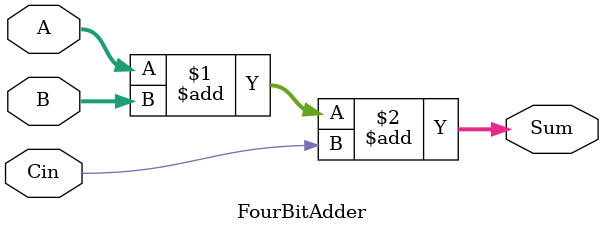
<source format=v>
module FourBitAdder(
input[3:0] A ,B,
input Cin,
output [4:0] Sum);

assign Sum = A+B+Cin;

endmodule

</source>
